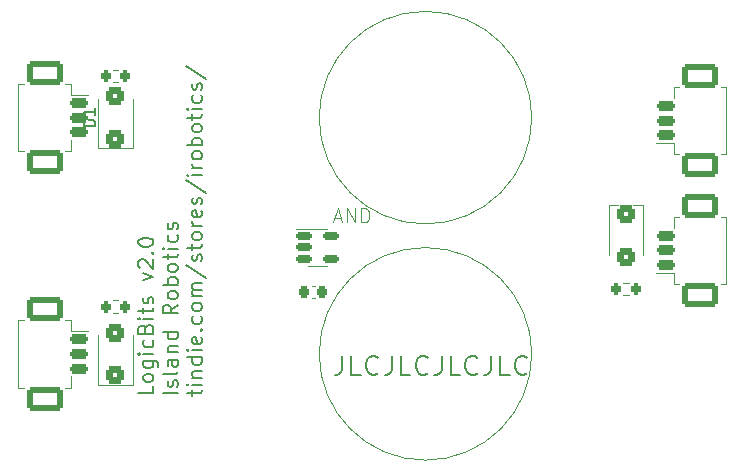
<source format=gbr>
%TF.GenerationSoftware,KiCad,Pcbnew,7.0.8*%
%TF.CreationDate,2024-03-12T17:39:57-04:00*%
%TF.ProjectId,ANDgate,414e4467-6174-4652-9e6b-696361645f70,rev?*%
%TF.SameCoordinates,Original*%
%TF.FileFunction,Legend,Top*%
%TF.FilePolarity,Positive*%
%FSLAX46Y46*%
G04 Gerber Fmt 4.6, Leading zero omitted, Abs format (unit mm)*
G04 Created by KiCad (PCBNEW 7.0.8) date 2024-03-12 17:39:57*
%MOMM*%
%LPD*%
G01*
G04 APERTURE LIST*
G04 Aperture macros list*
%AMRoundRect*
0 Rectangle with rounded corners*
0 $1 Rounding radius*
0 $2 $3 $4 $5 $6 $7 $8 $9 X,Y pos of 4 corners*
0 Add a 4 corners polygon primitive as box body*
4,1,4,$2,$3,$4,$5,$6,$7,$8,$9,$2,$3,0*
0 Add four circle primitives for the rounded corners*
1,1,$1+$1,$2,$3*
1,1,$1+$1,$4,$5*
1,1,$1+$1,$6,$7*
1,1,$1+$1,$8,$9*
0 Add four rect primitives between the rounded corners*
20,1,$1+$1,$2,$3,$4,$5,0*
20,1,$1+$1,$4,$5,$6,$7,0*
20,1,$1+$1,$6,$7,$8,$9,0*
20,1,$1+$1,$8,$9,$2,$3,0*%
G04 Aperture macros list end*
%ADD10C,0.100000*%
%ADD11C,0.142240*%
%ADD12C,0.101600*%
%ADD13C,0.150000*%
%ADD14C,0.120000*%
%ADD15RoundRect,0.200000X-0.600000X0.200000X-0.600000X-0.200000X0.600000X-0.200000X0.600000X0.200000X0*%
%ADD16RoundRect,0.250001X-1.249999X0.799999X-1.249999X-0.799999X1.249999X-0.799999X1.249999X0.799999X0*%
%ADD17O,2.600000X2.100000*%
%ADD18RoundRect,0.300000X0.500000X-0.450000X0.500000X0.450000X-0.500000X0.450000X-0.500000X-0.450000X0*%
%ADD19RoundRect,0.200000X0.600000X-0.200000X0.600000X0.200000X-0.600000X0.200000X-0.600000X-0.200000X0*%
%ADD20RoundRect,0.250001X1.249999X-0.799999X1.249999X0.799999X-1.249999X0.799999X-1.249999X-0.799999X0*%
%ADD21RoundRect,0.300000X-0.500000X0.450000X-0.500000X-0.450000X0.500000X-0.450000X0.500000X0.450000X0*%
%ADD22RoundRect,0.150000X-0.512500X-0.150000X0.512500X-0.150000X0.512500X0.150000X-0.512500X0.150000X0*%
%ADD23RoundRect,0.200000X-0.200000X-0.275000X0.200000X-0.275000X0.200000X0.275000X-0.200000X0.275000X0*%
%ADD24RoundRect,0.225000X0.225000X0.250000X-0.225000X0.250000X-0.225000X-0.250000X0.225000X-0.250000X0*%
G04 APERTURE END LIST*
D10*
X161501100Y-115003600D02*
G75*
G03*
X161501100Y-115003600I-9000000J0D01*
G01*
X161501100Y-95003600D02*
G75*
G03*
X161501100Y-95003600I-9000000J0D01*
G01*
D11*
X145451504Y-115160257D02*
X145451504Y-116328657D01*
X145451504Y-116328657D02*
X145373611Y-116562337D01*
X145373611Y-116562337D02*
X145217824Y-116718124D01*
X145217824Y-116718124D02*
X144984144Y-116796017D01*
X144984144Y-116796017D02*
X144828358Y-116796017D01*
X147009371Y-116796017D02*
X146230437Y-116796017D01*
X146230437Y-116796017D02*
X146230437Y-115160257D01*
X148489344Y-116640230D02*
X148411451Y-116718124D01*
X148411451Y-116718124D02*
X148177771Y-116796017D01*
X148177771Y-116796017D02*
X148021984Y-116796017D01*
X148021984Y-116796017D02*
X147788304Y-116718124D01*
X147788304Y-116718124D02*
X147632518Y-116562337D01*
X147632518Y-116562337D02*
X147554624Y-116406550D01*
X147554624Y-116406550D02*
X147476731Y-116094977D01*
X147476731Y-116094977D02*
X147476731Y-115861297D01*
X147476731Y-115861297D02*
X147554624Y-115549724D01*
X147554624Y-115549724D02*
X147632518Y-115393937D01*
X147632518Y-115393937D02*
X147788304Y-115238150D01*
X147788304Y-115238150D02*
X148021984Y-115160257D01*
X148021984Y-115160257D02*
X148177771Y-115160257D01*
X148177771Y-115160257D02*
X148411451Y-115238150D01*
X148411451Y-115238150D02*
X148489344Y-115316044D01*
X149657744Y-115160257D02*
X149657744Y-116328657D01*
X149657744Y-116328657D02*
X149579851Y-116562337D01*
X149579851Y-116562337D02*
X149424064Y-116718124D01*
X149424064Y-116718124D02*
X149190384Y-116796017D01*
X149190384Y-116796017D02*
X149034598Y-116796017D01*
X151215611Y-116796017D02*
X150436677Y-116796017D01*
X150436677Y-116796017D02*
X150436677Y-115160257D01*
X152695584Y-116640230D02*
X152617691Y-116718124D01*
X152617691Y-116718124D02*
X152384011Y-116796017D01*
X152384011Y-116796017D02*
X152228224Y-116796017D01*
X152228224Y-116796017D02*
X151994544Y-116718124D01*
X151994544Y-116718124D02*
X151838758Y-116562337D01*
X151838758Y-116562337D02*
X151760864Y-116406550D01*
X151760864Y-116406550D02*
X151682971Y-116094977D01*
X151682971Y-116094977D02*
X151682971Y-115861297D01*
X151682971Y-115861297D02*
X151760864Y-115549724D01*
X151760864Y-115549724D02*
X151838758Y-115393937D01*
X151838758Y-115393937D02*
X151994544Y-115238150D01*
X151994544Y-115238150D02*
X152228224Y-115160257D01*
X152228224Y-115160257D02*
X152384011Y-115160257D01*
X152384011Y-115160257D02*
X152617691Y-115238150D01*
X152617691Y-115238150D02*
X152695584Y-115316044D01*
X153863984Y-115160257D02*
X153863984Y-116328657D01*
X153863984Y-116328657D02*
X153786091Y-116562337D01*
X153786091Y-116562337D02*
X153630304Y-116718124D01*
X153630304Y-116718124D02*
X153396624Y-116796017D01*
X153396624Y-116796017D02*
X153240838Y-116796017D01*
X155421851Y-116796017D02*
X154642917Y-116796017D01*
X154642917Y-116796017D02*
X154642917Y-115160257D01*
X156901824Y-116640230D02*
X156823931Y-116718124D01*
X156823931Y-116718124D02*
X156590251Y-116796017D01*
X156590251Y-116796017D02*
X156434464Y-116796017D01*
X156434464Y-116796017D02*
X156200784Y-116718124D01*
X156200784Y-116718124D02*
X156044998Y-116562337D01*
X156044998Y-116562337D02*
X155967104Y-116406550D01*
X155967104Y-116406550D02*
X155889211Y-116094977D01*
X155889211Y-116094977D02*
X155889211Y-115861297D01*
X155889211Y-115861297D02*
X155967104Y-115549724D01*
X155967104Y-115549724D02*
X156044998Y-115393937D01*
X156044998Y-115393937D02*
X156200784Y-115238150D01*
X156200784Y-115238150D02*
X156434464Y-115160257D01*
X156434464Y-115160257D02*
X156590251Y-115160257D01*
X156590251Y-115160257D02*
X156823931Y-115238150D01*
X156823931Y-115238150D02*
X156901824Y-115316044D01*
X158070224Y-115160257D02*
X158070224Y-116328657D01*
X158070224Y-116328657D02*
X157992331Y-116562337D01*
X157992331Y-116562337D02*
X157836544Y-116718124D01*
X157836544Y-116718124D02*
X157602864Y-116796017D01*
X157602864Y-116796017D02*
X157447078Y-116796017D01*
X159628091Y-116796017D02*
X158849157Y-116796017D01*
X158849157Y-116796017D02*
X158849157Y-115160257D01*
X161108064Y-116640230D02*
X161030171Y-116718124D01*
X161030171Y-116718124D02*
X160796491Y-116796017D01*
X160796491Y-116796017D02*
X160640704Y-116796017D01*
X160640704Y-116796017D02*
X160407024Y-116718124D01*
X160407024Y-116718124D02*
X160251238Y-116562337D01*
X160251238Y-116562337D02*
X160173344Y-116406550D01*
X160173344Y-116406550D02*
X160095451Y-116094977D01*
X160095451Y-116094977D02*
X160095451Y-115861297D01*
X160095451Y-115861297D02*
X160173344Y-115549724D01*
X160173344Y-115549724D02*
X160251238Y-115393937D01*
X160251238Y-115393937D02*
X160407024Y-115238150D01*
X160407024Y-115238150D02*
X160640704Y-115160257D01*
X160640704Y-115160257D02*
X160796491Y-115160257D01*
X160796491Y-115160257D02*
X161030171Y-115238150D01*
X161030171Y-115238150D02*
X161108064Y-115316044D01*
X129463820Y-117742022D02*
X129463820Y-118351622D01*
X129463820Y-118351622D02*
X128183660Y-118351622D01*
X129463820Y-117132422D02*
X129402860Y-117254342D01*
X129402860Y-117254342D02*
X129341900Y-117315302D01*
X129341900Y-117315302D02*
X129219980Y-117376262D01*
X129219980Y-117376262D02*
X128854220Y-117376262D01*
X128854220Y-117376262D02*
X128732300Y-117315302D01*
X128732300Y-117315302D02*
X128671340Y-117254342D01*
X128671340Y-117254342D02*
X128610380Y-117132422D01*
X128610380Y-117132422D02*
X128610380Y-116949542D01*
X128610380Y-116949542D02*
X128671340Y-116827622D01*
X128671340Y-116827622D02*
X128732300Y-116766662D01*
X128732300Y-116766662D02*
X128854220Y-116705702D01*
X128854220Y-116705702D02*
X129219980Y-116705702D01*
X129219980Y-116705702D02*
X129341900Y-116766662D01*
X129341900Y-116766662D02*
X129402860Y-116827622D01*
X129402860Y-116827622D02*
X129463820Y-116949542D01*
X129463820Y-116949542D02*
X129463820Y-117132422D01*
X128610380Y-115608422D02*
X129646700Y-115608422D01*
X129646700Y-115608422D02*
X129768620Y-115669382D01*
X129768620Y-115669382D02*
X129829580Y-115730342D01*
X129829580Y-115730342D02*
X129890540Y-115852262D01*
X129890540Y-115852262D02*
X129890540Y-116035142D01*
X129890540Y-116035142D02*
X129829580Y-116157062D01*
X129402860Y-115608422D02*
X129463820Y-115730342D01*
X129463820Y-115730342D02*
X129463820Y-115974182D01*
X129463820Y-115974182D02*
X129402860Y-116096102D01*
X129402860Y-116096102D02*
X129341900Y-116157062D01*
X129341900Y-116157062D02*
X129219980Y-116218022D01*
X129219980Y-116218022D02*
X128854220Y-116218022D01*
X128854220Y-116218022D02*
X128732300Y-116157062D01*
X128732300Y-116157062D02*
X128671340Y-116096102D01*
X128671340Y-116096102D02*
X128610380Y-115974182D01*
X128610380Y-115974182D02*
X128610380Y-115730342D01*
X128610380Y-115730342D02*
X128671340Y-115608422D01*
X129463820Y-114998822D02*
X128610380Y-114998822D01*
X128183660Y-114998822D02*
X128244620Y-115059782D01*
X128244620Y-115059782D02*
X128305580Y-114998822D01*
X128305580Y-114998822D02*
X128244620Y-114937862D01*
X128244620Y-114937862D02*
X128183660Y-114998822D01*
X128183660Y-114998822D02*
X128305580Y-114998822D01*
X129402860Y-113840582D02*
X129463820Y-113962502D01*
X129463820Y-113962502D02*
X129463820Y-114206342D01*
X129463820Y-114206342D02*
X129402860Y-114328262D01*
X129402860Y-114328262D02*
X129341900Y-114389222D01*
X129341900Y-114389222D02*
X129219980Y-114450182D01*
X129219980Y-114450182D02*
X128854220Y-114450182D01*
X128854220Y-114450182D02*
X128732300Y-114389222D01*
X128732300Y-114389222D02*
X128671340Y-114328262D01*
X128671340Y-114328262D02*
X128610380Y-114206342D01*
X128610380Y-114206342D02*
X128610380Y-113962502D01*
X128610380Y-113962502D02*
X128671340Y-113840582D01*
X128793260Y-112865222D02*
X128854220Y-112682342D01*
X128854220Y-112682342D02*
X128915180Y-112621382D01*
X128915180Y-112621382D02*
X129037100Y-112560422D01*
X129037100Y-112560422D02*
X129219980Y-112560422D01*
X129219980Y-112560422D02*
X129341900Y-112621382D01*
X129341900Y-112621382D02*
X129402860Y-112682342D01*
X129402860Y-112682342D02*
X129463820Y-112804262D01*
X129463820Y-112804262D02*
X129463820Y-113291942D01*
X129463820Y-113291942D02*
X128183660Y-113291942D01*
X128183660Y-113291942D02*
X128183660Y-112865222D01*
X128183660Y-112865222D02*
X128244620Y-112743302D01*
X128244620Y-112743302D02*
X128305580Y-112682342D01*
X128305580Y-112682342D02*
X128427500Y-112621382D01*
X128427500Y-112621382D02*
X128549420Y-112621382D01*
X128549420Y-112621382D02*
X128671340Y-112682342D01*
X128671340Y-112682342D02*
X128732300Y-112743302D01*
X128732300Y-112743302D02*
X128793260Y-112865222D01*
X128793260Y-112865222D02*
X128793260Y-113291942D01*
X129463820Y-112011782D02*
X128610380Y-112011782D01*
X128183660Y-112011782D02*
X128244620Y-112072742D01*
X128244620Y-112072742D02*
X128305580Y-112011782D01*
X128305580Y-112011782D02*
X128244620Y-111950822D01*
X128244620Y-111950822D02*
X128183660Y-112011782D01*
X128183660Y-112011782D02*
X128305580Y-112011782D01*
X128610380Y-111585062D02*
X128610380Y-111097382D01*
X128183660Y-111402182D02*
X129280940Y-111402182D01*
X129280940Y-111402182D02*
X129402860Y-111341222D01*
X129402860Y-111341222D02*
X129463820Y-111219302D01*
X129463820Y-111219302D02*
X129463820Y-111097382D01*
X129402860Y-110731622D02*
X129463820Y-110609702D01*
X129463820Y-110609702D02*
X129463820Y-110365862D01*
X129463820Y-110365862D02*
X129402860Y-110243942D01*
X129402860Y-110243942D02*
X129280940Y-110182982D01*
X129280940Y-110182982D02*
X129219980Y-110182982D01*
X129219980Y-110182982D02*
X129098060Y-110243942D01*
X129098060Y-110243942D02*
X129037100Y-110365862D01*
X129037100Y-110365862D02*
X129037100Y-110548742D01*
X129037100Y-110548742D02*
X128976140Y-110670662D01*
X128976140Y-110670662D02*
X128854220Y-110731622D01*
X128854220Y-110731622D02*
X128793260Y-110731622D01*
X128793260Y-110731622D02*
X128671340Y-110670662D01*
X128671340Y-110670662D02*
X128610380Y-110548742D01*
X128610380Y-110548742D02*
X128610380Y-110365862D01*
X128610380Y-110365862D02*
X128671340Y-110243942D01*
X128610380Y-108780902D02*
X129463820Y-108476102D01*
X129463820Y-108476102D02*
X128610380Y-108171302D01*
X128305580Y-107744582D02*
X128244620Y-107683622D01*
X128244620Y-107683622D02*
X128183660Y-107561702D01*
X128183660Y-107561702D02*
X128183660Y-107256902D01*
X128183660Y-107256902D02*
X128244620Y-107134982D01*
X128244620Y-107134982D02*
X128305580Y-107074022D01*
X128305580Y-107074022D02*
X128427500Y-107013062D01*
X128427500Y-107013062D02*
X128549420Y-107013062D01*
X128549420Y-107013062D02*
X128732300Y-107074022D01*
X128732300Y-107074022D02*
X129463820Y-107805542D01*
X129463820Y-107805542D02*
X129463820Y-107013062D01*
X129341900Y-106464422D02*
X129402860Y-106403462D01*
X129402860Y-106403462D02*
X129463820Y-106464422D01*
X129463820Y-106464422D02*
X129402860Y-106525382D01*
X129402860Y-106525382D02*
X129341900Y-106464422D01*
X129341900Y-106464422D02*
X129463820Y-106464422D01*
X128183660Y-105610982D02*
X128183660Y-105489062D01*
X128183660Y-105489062D02*
X128244620Y-105367142D01*
X128244620Y-105367142D02*
X128305580Y-105306182D01*
X128305580Y-105306182D02*
X128427500Y-105245222D01*
X128427500Y-105245222D02*
X128671340Y-105184262D01*
X128671340Y-105184262D02*
X128976140Y-105184262D01*
X128976140Y-105184262D02*
X129219980Y-105245222D01*
X129219980Y-105245222D02*
X129341900Y-105306182D01*
X129341900Y-105306182D02*
X129402860Y-105367142D01*
X129402860Y-105367142D02*
X129463820Y-105489062D01*
X129463820Y-105489062D02*
X129463820Y-105610982D01*
X129463820Y-105610982D02*
X129402860Y-105732902D01*
X129402860Y-105732902D02*
X129341900Y-105793862D01*
X129341900Y-105793862D02*
X129219980Y-105854822D01*
X129219980Y-105854822D02*
X128976140Y-105915782D01*
X128976140Y-105915782D02*
X128671340Y-105915782D01*
X128671340Y-105915782D02*
X128427500Y-105854822D01*
X128427500Y-105854822D02*
X128305580Y-105793862D01*
X128305580Y-105793862D02*
X128244620Y-105732902D01*
X128244620Y-105732902D02*
X128183660Y-105610982D01*
X131524878Y-118351622D02*
X130244718Y-118351622D01*
X131463918Y-117802982D02*
X131524878Y-117681062D01*
X131524878Y-117681062D02*
X131524878Y-117437222D01*
X131524878Y-117437222D02*
X131463918Y-117315302D01*
X131463918Y-117315302D02*
X131341998Y-117254342D01*
X131341998Y-117254342D02*
X131281038Y-117254342D01*
X131281038Y-117254342D02*
X131159118Y-117315302D01*
X131159118Y-117315302D02*
X131098158Y-117437222D01*
X131098158Y-117437222D02*
X131098158Y-117620102D01*
X131098158Y-117620102D02*
X131037198Y-117742022D01*
X131037198Y-117742022D02*
X130915278Y-117802982D01*
X130915278Y-117802982D02*
X130854318Y-117802982D01*
X130854318Y-117802982D02*
X130732398Y-117742022D01*
X130732398Y-117742022D02*
X130671438Y-117620102D01*
X130671438Y-117620102D02*
X130671438Y-117437222D01*
X130671438Y-117437222D02*
X130732398Y-117315302D01*
X131524878Y-116522822D02*
X131463918Y-116644742D01*
X131463918Y-116644742D02*
X131341998Y-116705702D01*
X131341998Y-116705702D02*
X130244718Y-116705702D01*
X131524878Y-115486502D02*
X130854318Y-115486502D01*
X130854318Y-115486502D02*
X130732398Y-115547462D01*
X130732398Y-115547462D02*
X130671438Y-115669382D01*
X130671438Y-115669382D02*
X130671438Y-115913222D01*
X130671438Y-115913222D02*
X130732398Y-116035142D01*
X131463918Y-115486502D02*
X131524878Y-115608422D01*
X131524878Y-115608422D02*
X131524878Y-115913222D01*
X131524878Y-115913222D02*
X131463918Y-116035142D01*
X131463918Y-116035142D02*
X131341998Y-116096102D01*
X131341998Y-116096102D02*
X131220078Y-116096102D01*
X131220078Y-116096102D02*
X131098158Y-116035142D01*
X131098158Y-116035142D02*
X131037198Y-115913222D01*
X131037198Y-115913222D02*
X131037198Y-115608422D01*
X131037198Y-115608422D02*
X130976238Y-115486502D01*
X130671438Y-114876902D02*
X131524878Y-114876902D01*
X130793358Y-114876902D02*
X130732398Y-114815942D01*
X130732398Y-114815942D02*
X130671438Y-114694022D01*
X130671438Y-114694022D02*
X130671438Y-114511142D01*
X130671438Y-114511142D02*
X130732398Y-114389222D01*
X130732398Y-114389222D02*
X130854318Y-114328262D01*
X130854318Y-114328262D02*
X131524878Y-114328262D01*
X131524878Y-113170022D02*
X130244718Y-113170022D01*
X131463918Y-113170022D02*
X131524878Y-113291942D01*
X131524878Y-113291942D02*
X131524878Y-113535782D01*
X131524878Y-113535782D02*
X131463918Y-113657702D01*
X131463918Y-113657702D02*
X131402958Y-113718662D01*
X131402958Y-113718662D02*
X131281038Y-113779622D01*
X131281038Y-113779622D02*
X130915278Y-113779622D01*
X130915278Y-113779622D02*
X130793358Y-113718662D01*
X130793358Y-113718662D02*
X130732398Y-113657702D01*
X130732398Y-113657702D02*
X130671438Y-113535782D01*
X130671438Y-113535782D02*
X130671438Y-113291942D01*
X130671438Y-113291942D02*
X130732398Y-113170022D01*
X131524878Y-110853542D02*
X130915278Y-111280262D01*
X131524878Y-111585062D02*
X130244718Y-111585062D01*
X130244718Y-111585062D02*
X130244718Y-111097382D01*
X130244718Y-111097382D02*
X130305678Y-110975462D01*
X130305678Y-110975462D02*
X130366638Y-110914502D01*
X130366638Y-110914502D02*
X130488558Y-110853542D01*
X130488558Y-110853542D02*
X130671438Y-110853542D01*
X130671438Y-110853542D02*
X130793358Y-110914502D01*
X130793358Y-110914502D02*
X130854318Y-110975462D01*
X130854318Y-110975462D02*
X130915278Y-111097382D01*
X130915278Y-111097382D02*
X130915278Y-111585062D01*
X131524878Y-110122022D02*
X131463918Y-110243942D01*
X131463918Y-110243942D02*
X131402958Y-110304902D01*
X131402958Y-110304902D02*
X131281038Y-110365862D01*
X131281038Y-110365862D02*
X130915278Y-110365862D01*
X130915278Y-110365862D02*
X130793358Y-110304902D01*
X130793358Y-110304902D02*
X130732398Y-110243942D01*
X130732398Y-110243942D02*
X130671438Y-110122022D01*
X130671438Y-110122022D02*
X130671438Y-109939142D01*
X130671438Y-109939142D02*
X130732398Y-109817222D01*
X130732398Y-109817222D02*
X130793358Y-109756262D01*
X130793358Y-109756262D02*
X130915278Y-109695302D01*
X130915278Y-109695302D02*
X131281038Y-109695302D01*
X131281038Y-109695302D02*
X131402958Y-109756262D01*
X131402958Y-109756262D02*
X131463918Y-109817222D01*
X131463918Y-109817222D02*
X131524878Y-109939142D01*
X131524878Y-109939142D02*
X131524878Y-110122022D01*
X131524878Y-109146662D02*
X130244718Y-109146662D01*
X130732398Y-109146662D02*
X130671438Y-109024742D01*
X130671438Y-109024742D02*
X130671438Y-108780902D01*
X130671438Y-108780902D02*
X130732398Y-108658982D01*
X130732398Y-108658982D02*
X130793358Y-108598022D01*
X130793358Y-108598022D02*
X130915278Y-108537062D01*
X130915278Y-108537062D02*
X131281038Y-108537062D01*
X131281038Y-108537062D02*
X131402958Y-108598022D01*
X131402958Y-108598022D02*
X131463918Y-108658982D01*
X131463918Y-108658982D02*
X131524878Y-108780902D01*
X131524878Y-108780902D02*
X131524878Y-109024742D01*
X131524878Y-109024742D02*
X131463918Y-109146662D01*
X131524878Y-107805542D02*
X131463918Y-107927462D01*
X131463918Y-107927462D02*
X131402958Y-107988422D01*
X131402958Y-107988422D02*
X131281038Y-108049382D01*
X131281038Y-108049382D02*
X130915278Y-108049382D01*
X130915278Y-108049382D02*
X130793358Y-107988422D01*
X130793358Y-107988422D02*
X130732398Y-107927462D01*
X130732398Y-107927462D02*
X130671438Y-107805542D01*
X130671438Y-107805542D02*
X130671438Y-107622662D01*
X130671438Y-107622662D02*
X130732398Y-107500742D01*
X130732398Y-107500742D02*
X130793358Y-107439782D01*
X130793358Y-107439782D02*
X130915278Y-107378822D01*
X130915278Y-107378822D02*
X131281038Y-107378822D01*
X131281038Y-107378822D02*
X131402958Y-107439782D01*
X131402958Y-107439782D02*
X131463918Y-107500742D01*
X131463918Y-107500742D02*
X131524878Y-107622662D01*
X131524878Y-107622662D02*
X131524878Y-107805542D01*
X130671438Y-107013062D02*
X130671438Y-106525382D01*
X130244718Y-106830182D02*
X131341998Y-106830182D01*
X131341998Y-106830182D02*
X131463918Y-106769222D01*
X131463918Y-106769222D02*
X131524878Y-106647302D01*
X131524878Y-106647302D02*
X131524878Y-106525382D01*
X131524878Y-106098662D02*
X130671438Y-106098662D01*
X130244718Y-106098662D02*
X130305678Y-106159622D01*
X130305678Y-106159622D02*
X130366638Y-106098662D01*
X130366638Y-106098662D02*
X130305678Y-106037702D01*
X130305678Y-106037702D02*
X130244718Y-106098662D01*
X130244718Y-106098662D02*
X130366638Y-106098662D01*
X131463918Y-104940422D02*
X131524878Y-105062342D01*
X131524878Y-105062342D02*
X131524878Y-105306182D01*
X131524878Y-105306182D02*
X131463918Y-105428102D01*
X131463918Y-105428102D02*
X131402958Y-105489062D01*
X131402958Y-105489062D02*
X131281038Y-105550022D01*
X131281038Y-105550022D02*
X130915278Y-105550022D01*
X130915278Y-105550022D02*
X130793358Y-105489062D01*
X130793358Y-105489062D02*
X130732398Y-105428102D01*
X130732398Y-105428102D02*
X130671438Y-105306182D01*
X130671438Y-105306182D02*
X130671438Y-105062342D01*
X130671438Y-105062342D02*
X130732398Y-104940422D01*
X131463918Y-104452742D02*
X131524878Y-104330822D01*
X131524878Y-104330822D02*
X131524878Y-104086982D01*
X131524878Y-104086982D02*
X131463918Y-103965062D01*
X131463918Y-103965062D02*
X131341998Y-103904102D01*
X131341998Y-103904102D02*
X131281038Y-103904102D01*
X131281038Y-103904102D02*
X131159118Y-103965062D01*
X131159118Y-103965062D02*
X131098158Y-104086982D01*
X131098158Y-104086982D02*
X131098158Y-104269862D01*
X131098158Y-104269862D02*
X131037198Y-104391782D01*
X131037198Y-104391782D02*
X130915278Y-104452742D01*
X130915278Y-104452742D02*
X130854318Y-104452742D01*
X130854318Y-104452742D02*
X130732398Y-104391782D01*
X130732398Y-104391782D02*
X130671438Y-104269862D01*
X130671438Y-104269862D02*
X130671438Y-104086982D01*
X130671438Y-104086982D02*
X130732398Y-103965062D01*
X132732496Y-118534502D02*
X132732496Y-118046822D01*
X132305776Y-118351622D02*
X133403056Y-118351622D01*
X133403056Y-118351622D02*
X133524976Y-118290662D01*
X133524976Y-118290662D02*
X133585936Y-118168742D01*
X133585936Y-118168742D02*
X133585936Y-118046822D01*
X133585936Y-117620102D02*
X132732496Y-117620102D01*
X132305776Y-117620102D02*
X132366736Y-117681062D01*
X132366736Y-117681062D02*
X132427696Y-117620102D01*
X132427696Y-117620102D02*
X132366736Y-117559142D01*
X132366736Y-117559142D02*
X132305776Y-117620102D01*
X132305776Y-117620102D02*
X132427696Y-117620102D01*
X132732496Y-117010502D02*
X133585936Y-117010502D01*
X132854416Y-117010502D02*
X132793456Y-116949542D01*
X132793456Y-116949542D02*
X132732496Y-116827622D01*
X132732496Y-116827622D02*
X132732496Y-116644742D01*
X132732496Y-116644742D02*
X132793456Y-116522822D01*
X132793456Y-116522822D02*
X132915376Y-116461862D01*
X132915376Y-116461862D02*
X133585936Y-116461862D01*
X133585936Y-115303622D02*
X132305776Y-115303622D01*
X133524976Y-115303622D02*
X133585936Y-115425542D01*
X133585936Y-115425542D02*
X133585936Y-115669382D01*
X133585936Y-115669382D02*
X133524976Y-115791302D01*
X133524976Y-115791302D02*
X133464016Y-115852262D01*
X133464016Y-115852262D02*
X133342096Y-115913222D01*
X133342096Y-115913222D02*
X132976336Y-115913222D01*
X132976336Y-115913222D02*
X132854416Y-115852262D01*
X132854416Y-115852262D02*
X132793456Y-115791302D01*
X132793456Y-115791302D02*
X132732496Y-115669382D01*
X132732496Y-115669382D02*
X132732496Y-115425542D01*
X132732496Y-115425542D02*
X132793456Y-115303622D01*
X133585936Y-114694022D02*
X132732496Y-114694022D01*
X132305776Y-114694022D02*
X132366736Y-114754982D01*
X132366736Y-114754982D02*
X132427696Y-114694022D01*
X132427696Y-114694022D02*
X132366736Y-114633062D01*
X132366736Y-114633062D02*
X132305776Y-114694022D01*
X132305776Y-114694022D02*
X132427696Y-114694022D01*
X133524976Y-113596742D02*
X133585936Y-113718662D01*
X133585936Y-113718662D02*
X133585936Y-113962502D01*
X133585936Y-113962502D02*
X133524976Y-114084422D01*
X133524976Y-114084422D02*
X133403056Y-114145382D01*
X133403056Y-114145382D02*
X132915376Y-114145382D01*
X132915376Y-114145382D02*
X132793456Y-114084422D01*
X132793456Y-114084422D02*
X132732496Y-113962502D01*
X132732496Y-113962502D02*
X132732496Y-113718662D01*
X132732496Y-113718662D02*
X132793456Y-113596742D01*
X132793456Y-113596742D02*
X132915376Y-113535782D01*
X132915376Y-113535782D02*
X133037296Y-113535782D01*
X133037296Y-113535782D02*
X133159216Y-114145382D01*
X133464016Y-112987142D02*
X133524976Y-112926182D01*
X133524976Y-112926182D02*
X133585936Y-112987142D01*
X133585936Y-112987142D02*
X133524976Y-113048102D01*
X133524976Y-113048102D02*
X133464016Y-112987142D01*
X133464016Y-112987142D02*
X133585936Y-112987142D01*
X133524976Y-111828902D02*
X133585936Y-111950822D01*
X133585936Y-111950822D02*
X133585936Y-112194662D01*
X133585936Y-112194662D02*
X133524976Y-112316582D01*
X133524976Y-112316582D02*
X133464016Y-112377542D01*
X133464016Y-112377542D02*
X133342096Y-112438502D01*
X133342096Y-112438502D02*
X132976336Y-112438502D01*
X132976336Y-112438502D02*
X132854416Y-112377542D01*
X132854416Y-112377542D02*
X132793456Y-112316582D01*
X132793456Y-112316582D02*
X132732496Y-112194662D01*
X132732496Y-112194662D02*
X132732496Y-111950822D01*
X132732496Y-111950822D02*
X132793456Y-111828902D01*
X133585936Y-111097382D02*
X133524976Y-111219302D01*
X133524976Y-111219302D02*
X133464016Y-111280262D01*
X133464016Y-111280262D02*
X133342096Y-111341222D01*
X133342096Y-111341222D02*
X132976336Y-111341222D01*
X132976336Y-111341222D02*
X132854416Y-111280262D01*
X132854416Y-111280262D02*
X132793456Y-111219302D01*
X132793456Y-111219302D02*
X132732496Y-111097382D01*
X132732496Y-111097382D02*
X132732496Y-110914502D01*
X132732496Y-110914502D02*
X132793456Y-110792582D01*
X132793456Y-110792582D02*
X132854416Y-110731622D01*
X132854416Y-110731622D02*
X132976336Y-110670662D01*
X132976336Y-110670662D02*
X133342096Y-110670662D01*
X133342096Y-110670662D02*
X133464016Y-110731622D01*
X133464016Y-110731622D02*
X133524976Y-110792582D01*
X133524976Y-110792582D02*
X133585936Y-110914502D01*
X133585936Y-110914502D02*
X133585936Y-111097382D01*
X133585936Y-110122022D02*
X132732496Y-110122022D01*
X132854416Y-110122022D02*
X132793456Y-110061062D01*
X132793456Y-110061062D02*
X132732496Y-109939142D01*
X132732496Y-109939142D02*
X132732496Y-109756262D01*
X132732496Y-109756262D02*
X132793456Y-109634342D01*
X132793456Y-109634342D02*
X132915376Y-109573382D01*
X132915376Y-109573382D02*
X133585936Y-109573382D01*
X132915376Y-109573382D02*
X132793456Y-109512422D01*
X132793456Y-109512422D02*
X132732496Y-109390502D01*
X132732496Y-109390502D02*
X132732496Y-109207622D01*
X132732496Y-109207622D02*
X132793456Y-109085702D01*
X132793456Y-109085702D02*
X132915376Y-109024742D01*
X132915376Y-109024742D02*
X133585936Y-109024742D01*
X132244816Y-107500742D02*
X133890736Y-108598022D01*
X133524976Y-107134982D02*
X133585936Y-107013062D01*
X133585936Y-107013062D02*
X133585936Y-106769222D01*
X133585936Y-106769222D02*
X133524976Y-106647302D01*
X133524976Y-106647302D02*
X133403056Y-106586342D01*
X133403056Y-106586342D02*
X133342096Y-106586342D01*
X133342096Y-106586342D02*
X133220176Y-106647302D01*
X133220176Y-106647302D02*
X133159216Y-106769222D01*
X133159216Y-106769222D02*
X133159216Y-106952102D01*
X133159216Y-106952102D02*
X133098256Y-107074022D01*
X133098256Y-107074022D02*
X132976336Y-107134982D01*
X132976336Y-107134982D02*
X132915376Y-107134982D01*
X132915376Y-107134982D02*
X132793456Y-107074022D01*
X132793456Y-107074022D02*
X132732496Y-106952102D01*
X132732496Y-106952102D02*
X132732496Y-106769222D01*
X132732496Y-106769222D02*
X132793456Y-106647302D01*
X132732496Y-106220582D02*
X132732496Y-105732902D01*
X132305776Y-106037702D02*
X133403056Y-106037702D01*
X133403056Y-106037702D02*
X133524976Y-105976742D01*
X133524976Y-105976742D02*
X133585936Y-105854822D01*
X133585936Y-105854822D02*
X133585936Y-105732902D01*
X133585936Y-105123302D02*
X133524976Y-105245222D01*
X133524976Y-105245222D02*
X133464016Y-105306182D01*
X133464016Y-105306182D02*
X133342096Y-105367142D01*
X133342096Y-105367142D02*
X132976336Y-105367142D01*
X132976336Y-105367142D02*
X132854416Y-105306182D01*
X132854416Y-105306182D02*
X132793456Y-105245222D01*
X132793456Y-105245222D02*
X132732496Y-105123302D01*
X132732496Y-105123302D02*
X132732496Y-104940422D01*
X132732496Y-104940422D02*
X132793456Y-104818502D01*
X132793456Y-104818502D02*
X132854416Y-104757542D01*
X132854416Y-104757542D02*
X132976336Y-104696582D01*
X132976336Y-104696582D02*
X133342096Y-104696582D01*
X133342096Y-104696582D02*
X133464016Y-104757542D01*
X133464016Y-104757542D02*
X133524976Y-104818502D01*
X133524976Y-104818502D02*
X133585936Y-104940422D01*
X133585936Y-104940422D02*
X133585936Y-105123302D01*
X133585936Y-104147942D02*
X132732496Y-104147942D01*
X132976336Y-104147942D02*
X132854416Y-104086982D01*
X132854416Y-104086982D02*
X132793456Y-104026022D01*
X132793456Y-104026022D02*
X132732496Y-103904102D01*
X132732496Y-103904102D02*
X132732496Y-103782182D01*
X133524976Y-102867782D02*
X133585936Y-102989702D01*
X133585936Y-102989702D02*
X133585936Y-103233542D01*
X133585936Y-103233542D02*
X133524976Y-103355462D01*
X133524976Y-103355462D02*
X133403056Y-103416422D01*
X133403056Y-103416422D02*
X132915376Y-103416422D01*
X132915376Y-103416422D02*
X132793456Y-103355462D01*
X132793456Y-103355462D02*
X132732496Y-103233542D01*
X132732496Y-103233542D02*
X132732496Y-102989702D01*
X132732496Y-102989702D02*
X132793456Y-102867782D01*
X132793456Y-102867782D02*
X132915376Y-102806822D01*
X132915376Y-102806822D02*
X133037296Y-102806822D01*
X133037296Y-102806822D02*
X133159216Y-103416422D01*
X133524976Y-102319142D02*
X133585936Y-102197222D01*
X133585936Y-102197222D02*
X133585936Y-101953382D01*
X133585936Y-101953382D02*
X133524976Y-101831462D01*
X133524976Y-101831462D02*
X133403056Y-101770502D01*
X133403056Y-101770502D02*
X133342096Y-101770502D01*
X133342096Y-101770502D02*
X133220176Y-101831462D01*
X133220176Y-101831462D02*
X133159216Y-101953382D01*
X133159216Y-101953382D02*
X133159216Y-102136262D01*
X133159216Y-102136262D02*
X133098256Y-102258182D01*
X133098256Y-102258182D02*
X132976336Y-102319142D01*
X132976336Y-102319142D02*
X132915376Y-102319142D01*
X132915376Y-102319142D02*
X132793456Y-102258182D01*
X132793456Y-102258182D02*
X132732496Y-102136262D01*
X132732496Y-102136262D02*
X132732496Y-101953382D01*
X132732496Y-101953382D02*
X132793456Y-101831462D01*
X132244816Y-100307462D02*
X133890736Y-101404742D01*
X133585936Y-99880742D02*
X132732496Y-99880742D01*
X132305776Y-99880742D02*
X132366736Y-99941702D01*
X132366736Y-99941702D02*
X132427696Y-99880742D01*
X132427696Y-99880742D02*
X132366736Y-99819782D01*
X132366736Y-99819782D02*
X132305776Y-99880742D01*
X132305776Y-99880742D02*
X132427696Y-99880742D01*
X133585936Y-99271142D02*
X132732496Y-99271142D01*
X132976336Y-99271142D02*
X132854416Y-99210182D01*
X132854416Y-99210182D02*
X132793456Y-99149222D01*
X132793456Y-99149222D02*
X132732496Y-99027302D01*
X132732496Y-99027302D02*
X132732496Y-98905382D01*
X133585936Y-98295782D02*
X133524976Y-98417702D01*
X133524976Y-98417702D02*
X133464016Y-98478662D01*
X133464016Y-98478662D02*
X133342096Y-98539622D01*
X133342096Y-98539622D02*
X132976336Y-98539622D01*
X132976336Y-98539622D02*
X132854416Y-98478662D01*
X132854416Y-98478662D02*
X132793456Y-98417702D01*
X132793456Y-98417702D02*
X132732496Y-98295782D01*
X132732496Y-98295782D02*
X132732496Y-98112902D01*
X132732496Y-98112902D02*
X132793456Y-97990982D01*
X132793456Y-97990982D02*
X132854416Y-97930022D01*
X132854416Y-97930022D02*
X132976336Y-97869062D01*
X132976336Y-97869062D02*
X133342096Y-97869062D01*
X133342096Y-97869062D02*
X133464016Y-97930022D01*
X133464016Y-97930022D02*
X133524976Y-97990982D01*
X133524976Y-97990982D02*
X133585936Y-98112902D01*
X133585936Y-98112902D02*
X133585936Y-98295782D01*
X133585936Y-97320422D02*
X132305776Y-97320422D01*
X132793456Y-97320422D02*
X132732496Y-97198502D01*
X132732496Y-97198502D02*
X132732496Y-96954662D01*
X132732496Y-96954662D02*
X132793456Y-96832742D01*
X132793456Y-96832742D02*
X132854416Y-96771782D01*
X132854416Y-96771782D02*
X132976336Y-96710822D01*
X132976336Y-96710822D02*
X133342096Y-96710822D01*
X133342096Y-96710822D02*
X133464016Y-96771782D01*
X133464016Y-96771782D02*
X133524976Y-96832742D01*
X133524976Y-96832742D02*
X133585936Y-96954662D01*
X133585936Y-96954662D02*
X133585936Y-97198502D01*
X133585936Y-97198502D02*
X133524976Y-97320422D01*
X133585936Y-95979302D02*
X133524976Y-96101222D01*
X133524976Y-96101222D02*
X133464016Y-96162182D01*
X133464016Y-96162182D02*
X133342096Y-96223142D01*
X133342096Y-96223142D02*
X132976336Y-96223142D01*
X132976336Y-96223142D02*
X132854416Y-96162182D01*
X132854416Y-96162182D02*
X132793456Y-96101222D01*
X132793456Y-96101222D02*
X132732496Y-95979302D01*
X132732496Y-95979302D02*
X132732496Y-95796422D01*
X132732496Y-95796422D02*
X132793456Y-95674502D01*
X132793456Y-95674502D02*
X132854416Y-95613542D01*
X132854416Y-95613542D02*
X132976336Y-95552582D01*
X132976336Y-95552582D02*
X133342096Y-95552582D01*
X133342096Y-95552582D02*
X133464016Y-95613542D01*
X133464016Y-95613542D02*
X133524976Y-95674502D01*
X133524976Y-95674502D02*
X133585936Y-95796422D01*
X133585936Y-95796422D02*
X133585936Y-95979302D01*
X132732496Y-95186822D02*
X132732496Y-94699142D01*
X132305776Y-95003942D02*
X133403056Y-95003942D01*
X133403056Y-95003942D02*
X133524976Y-94942982D01*
X133524976Y-94942982D02*
X133585936Y-94821062D01*
X133585936Y-94821062D02*
X133585936Y-94699142D01*
X133585936Y-94272422D02*
X132732496Y-94272422D01*
X132305776Y-94272422D02*
X132366736Y-94333382D01*
X132366736Y-94333382D02*
X132427696Y-94272422D01*
X132427696Y-94272422D02*
X132366736Y-94211462D01*
X132366736Y-94211462D02*
X132305776Y-94272422D01*
X132305776Y-94272422D02*
X132427696Y-94272422D01*
X133524976Y-93114182D02*
X133585936Y-93236102D01*
X133585936Y-93236102D02*
X133585936Y-93479942D01*
X133585936Y-93479942D02*
X133524976Y-93601862D01*
X133524976Y-93601862D02*
X133464016Y-93662822D01*
X133464016Y-93662822D02*
X133342096Y-93723782D01*
X133342096Y-93723782D02*
X132976336Y-93723782D01*
X132976336Y-93723782D02*
X132854416Y-93662822D01*
X132854416Y-93662822D02*
X132793456Y-93601862D01*
X132793456Y-93601862D02*
X132732496Y-93479942D01*
X132732496Y-93479942D02*
X132732496Y-93236102D01*
X132732496Y-93236102D02*
X132793456Y-93114182D01*
X133524976Y-92626502D02*
X133585936Y-92504582D01*
X133585936Y-92504582D02*
X133585936Y-92260742D01*
X133585936Y-92260742D02*
X133524976Y-92138822D01*
X133524976Y-92138822D02*
X133403056Y-92077862D01*
X133403056Y-92077862D02*
X133342096Y-92077862D01*
X133342096Y-92077862D02*
X133220176Y-92138822D01*
X133220176Y-92138822D02*
X133159216Y-92260742D01*
X133159216Y-92260742D02*
X133159216Y-92443622D01*
X133159216Y-92443622D02*
X133098256Y-92565542D01*
X133098256Y-92565542D02*
X132976336Y-92626502D01*
X132976336Y-92626502D02*
X132915376Y-92626502D01*
X132915376Y-92626502D02*
X132793456Y-92565542D01*
X132793456Y-92565542D02*
X132732496Y-92443622D01*
X132732496Y-92443622D02*
X132732496Y-92260742D01*
X132732496Y-92260742D02*
X132793456Y-92138822D01*
X132244816Y-90614822D02*
X133890736Y-91712102D01*
D12*
X144790494Y-103521497D02*
X145346875Y-103521497D01*
X144679218Y-103855326D02*
X145068684Y-102686926D01*
X145068684Y-102686926D02*
X145458151Y-103855326D01*
X145847618Y-103855326D02*
X145847618Y-102686926D01*
X145847618Y-102686926D02*
X146515275Y-103855326D01*
X146515275Y-103855326D02*
X146515275Y-102686926D01*
X147071656Y-103855326D02*
X147071656Y-102686926D01*
X147071656Y-102686926D02*
X147349846Y-102686926D01*
X147349846Y-102686926D02*
X147516761Y-102742564D01*
X147516761Y-102742564D02*
X147628037Y-102853840D01*
X147628037Y-102853840D02*
X147683675Y-102965116D01*
X147683675Y-102965116D02*
X147739313Y-103187668D01*
X147739313Y-103187668D02*
X147739313Y-103354583D01*
X147739313Y-103354583D02*
X147683675Y-103577135D01*
X147683675Y-103577135D02*
X147628037Y-103688411D01*
X147628037Y-103688411D02*
X147516761Y-103799688D01*
X147516761Y-103799688D02*
X147349846Y-103855326D01*
X147349846Y-103855326D02*
X147071656Y-103855326D01*
D13*
X124559819Y-95738094D02*
X123559819Y-95738094D01*
X123559819Y-95738094D02*
X123559819Y-95499999D01*
X123559819Y-95499999D02*
X123607438Y-95357142D01*
X123607438Y-95357142D02*
X123702676Y-95261904D01*
X123702676Y-95261904D02*
X123797914Y-95214285D01*
X123797914Y-95214285D02*
X123988390Y-95166666D01*
X123988390Y-95166666D02*
X124131247Y-95166666D01*
X124131247Y-95166666D02*
X124321723Y-95214285D01*
X124321723Y-95214285D02*
X124416961Y-95261904D01*
X124416961Y-95261904D02*
X124512200Y-95357142D01*
X124512200Y-95357142D02*
X124559819Y-95499999D01*
X124559819Y-95499999D02*
X124559819Y-95738094D01*
X124559819Y-94214285D02*
X124559819Y-94785713D01*
X124559819Y-94499999D02*
X123559819Y-94499999D01*
X123559819Y-94499999D02*
X123702676Y-94595237D01*
X123702676Y-94595237D02*
X123797914Y-94690475D01*
X123797914Y-94690475D02*
X123845533Y-94785713D01*
D14*
%TO.C,J1*%
X122460000Y-92140000D02*
X122460000Y-93090000D01*
X122010000Y-92140000D02*
X122460000Y-92140000D01*
X118040000Y-92140000D02*
X118040000Y-97860000D01*
X122460000Y-97860000D02*
X122460000Y-96910000D01*
X118490000Y-92140000D02*
X118040000Y-92140000D01*
X122010000Y-97860000D02*
X122460000Y-97860000D01*
X122460000Y-93090000D02*
X123950000Y-93090000D01*
X118040000Y-97860000D02*
X118490000Y-97860000D01*
%TO.C,D2*%
X127710000Y-117600000D02*
X127710000Y-113400000D01*
X124790000Y-113400000D02*
X124790000Y-117600000D01*
X124790000Y-117600000D02*
X127710000Y-117600000D01*
%TO.C,J4*%
X177960000Y-92390000D02*
X177510000Y-92390000D01*
X173540000Y-98110000D02*
X173540000Y-97160000D01*
X177510000Y-98110000D02*
X177960000Y-98110000D01*
X177960000Y-98110000D02*
X177960000Y-92390000D01*
X173990000Y-92390000D02*
X173540000Y-92390000D01*
X173540000Y-92390000D02*
X173540000Y-93340000D01*
X173990000Y-98110000D02*
X173540000Y-98110000D01*
X173540000Y-97160000D02*
X172050000Y-97160000D01*
%TO.C,D3*%
X168040000Y-102400000D02*
X168040000Y-106600000D01*
X170960000Y-106600000D02*
X170960000Y-102400000D01*
X170960000Y-102400000D02*
X168040000Y-102400000D01*
%TO.C,U1*%
X143377500Y-107544000D02*
X144177500Y-107544000D01*
X143377500Y-107544000D02*
X142577500Y-107544000D01*
X143377500Y-104424000D02*
X141577500Y-104424000D01*
X143377500Y-104424000D02*
X144177500Y-104424000D01*
%TO.C,D1*%
X124790000Y-97600000D02*
X127710000Y-97600000D01*
X127710000Y-97600000D02*
X127710000Y-93400000D01*
X124790000Y-93400000D02*
X124790000Y-97600000D01*
%TO.C,R3*%
X169262742Y-110022500D02*
X169737258Y-110022500D01*
X169262742Y-108977500D02*
X169737258Y-108977500D01*
%TO.C,R1*%
X126012742Y-92022500D02*
X126487258Y-92022500D01*
X126012742Y-90977500D02*
X126487258Y-90977500D01*
%TO.C,C1*%
X143140580Y-109240000D02*
X142859420Y-109240000D01*
X143140580Y-110260000D02*
X142859420Y-110260000D01*
%TO.C,J3*%
X173990000Y-103390000D02*
X173540000Y-103390000D01*
X173540000Y-108160000D02*
X172050000Y-108160000D01*
X173990000Y-109110000D02*
X173540000Y-109110000D01*
X177960000Y-109110000D02*
X177960000Y-103390000D01*
X173540000Y-103390000D02*
X173540000Y-104340000D01*
X173540000Y-109110000D02*
X173540000Y-108160000D01*
X177510000Y-109110000D02*
X177960000Y-109110000D01*
X177960000Y-103390000D02*
X177510000Y-103390000D01*
%TO.C,J2*%
X118040000Y-112140000D02*
X118040000Y-117860000D01*
X122460000Y-113090000D02*
X123950000Y-113090000D01*
X118040000Y-117860000D02*
X118490000Y-117860000D01*
X122460000Y-112140000D02*
X122460000Y-113090000D01*
X122010000Y-112140000D02*
X122460000Y-112140000D01*
X122460000Y-117860000D02*
X122460000Y-116910000D01*
X122010000Y-117860000D02*
X122460000Y-117860000D01*
X118490000Y-112140000D02*
X118040000Y-112140000D01*
%TO.C,R2*%
X126012742Y-110477500D02*
X126487258Y-110477500D01*
X126012742Y-111522500D02*
X126487258Y-111522500D01*
%TD*%
%LPC*%
D15*
%TO.C,J1*%
X123150000Y-93750000D03*
X123150000Y-95000000D03*
X123150000Y-96250000D03*
D16*
X120250000Y-98800000D03*
X120250000Y-91200000D03*
%TD*%
D17*
%TO.C,D2*%
X126250000Y-115000000D03*
D18*
X126250000Y-116800000D03*
X126250000Y-113200000D03*
%TD*%
D19*
%TO.C,J4*%
X172850000Y-96500000D03*
X172850000Y-95250000D03*
X172850000Y-94000000D03*
D20*
X175750000Y-91450000D03*
X175750000Y-99050000D03*
%TD*%
D17*
%TO.C,D3*%
X169500000Y-105000000D03*
D21*
X169500000Y-103200000D03*
X169500000Y-106800000D03*
%TD*%
D22*
%TO.C,U1*%
X142240000Y-105034000D03*
X142240000Y-105984000D03*
X142240000Y-106934000D03*
X144515000Y-106934000D03*
X144515000Y-105034000D03*
%TD*%
D17*
%TO.C,D1*%
X126250000Y-95000000D03*
D18*
X126250000Y-96800000D03*
X126250000Y-93200000D03*
%TD*%
D23*
%TO.C,R3*%
X168675000Y-109500000D03*
X170325000Y-109500000D03*
%TD*%
%TO.C,R1*%
X125425000Y-91500000D03*
X127075000Y-91500000D03*
%TD*%
D24*
%TO.C,C1*%
X143775000Y-109750000D03*
X142225000Y-109750000D03*
%TD*%
D19*
%TO.C,J3*%
X172850000Y-107500000D03*
X172850000Y-106250000D03*
X172850000Y-105000000D03*
D20*
X175750000Y-102450000D03*
X175750000Y-110050000D03*
%TD*%
D15*
%TO.C,J2*%
X123150000Y-113750000D03*
X123150000Y-115000000D03*
X123150000Y-116250000D03*
D16*
X120250000Y-111200000D03*
X120250000Y-118800000D03*
%TD*%
D23*
%TO.C,R2*%
X125425000Y-111000000D03*
X127075000Y-111000000D03*
%TD*%
%LPD*%
M02*

</source>
